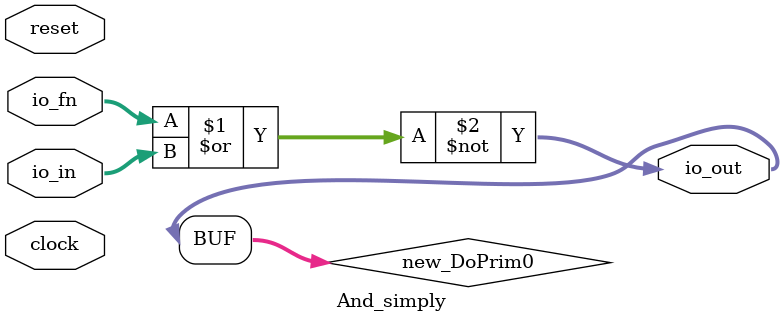
<source format=v>
module And_simply(
  input         clock,
  input         reset,
  input  [31:0] io_fn,
  input  [31:0] io_in,
  output [31:0] io_out
);
  wire [31:0] new_DoPrim0 = ~(io_fn | io_in);
  assign io_out = new_DoPrim0;
endmodule

</source>
